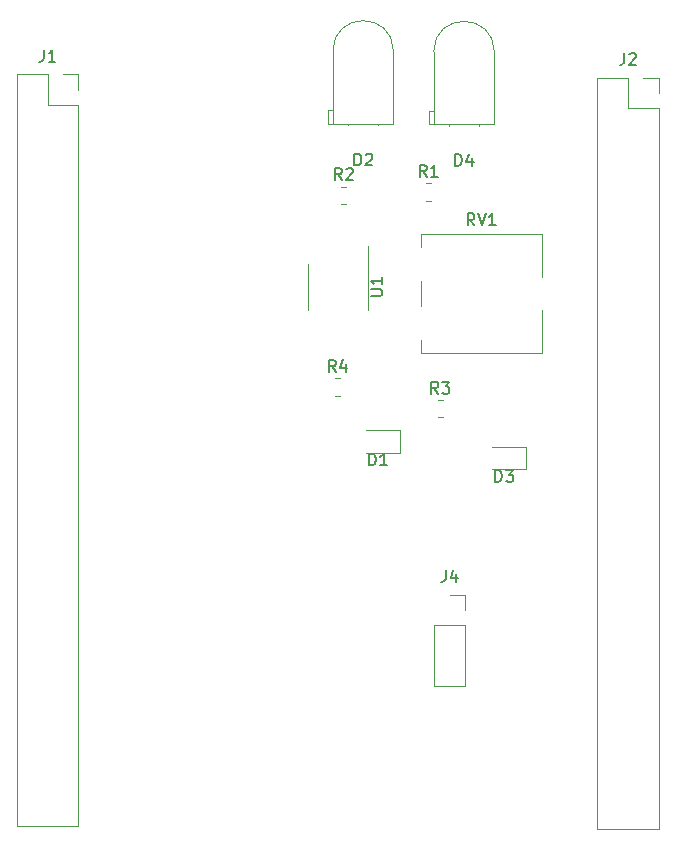
<source format=gbr>
%TF.GenerationSoftware,KiCad,Pcbnew,(7.0.0)*%
%TF.CreationDate,2023-06-01T09:50:49-06:00*%
%TF.ProjectId,Final_Project,46696e61-6c5f-4507-926f-6a6563742e6b,rev?*%
%TF.SameCoordinates,Original*%
%TF.FileFunction,Legend,Top*%
%TF.FilePolarity,Positive*%
%FSLAX46Y46*%
G04 Gerber Fmt 4.6, Leading zero omitted, Abs format (unit mm)*
G04 Created by KiCad (PCBNEW (7.0.0)) date 2023-06-01 09:50:49*
%MOMM*%
%LPD*%
G01*
G04 APERTURE LIST*
%ADD10C,0.150000*%
%ADD11C,0.120000*%
G04 APERTURE END LIST*
D10*
%TO.C,R2*%
X60816833Y-36526780D02*
X60483500Y-36050590D01*
X60245405Y-36526780D02*
X60245405Y-35526780D01*
X60245405Y-35526780D02*
X60626357Y-35526780D01*
X60626357Y-35526780D02*
X60721595Y-35574400D01*
X60721595Y-35574400D02*
X60769214Y-35622019D01*
X60769214Y-35622019D02*
X60816833Y-35717257D01*
X60816833Y-35717257D02*
X60816833Y-35860114D01*
X60816833Y-35860114D02*
X60769214Y-35955352D01*
X60769214Y-35955352D02*
X60721595Y-36002971D01*
X60721595Y-36002971D02*
X60626357Y-36050590D01*
X60626357Y-36050590D02*
X60245405Y-36050590D01*
X61197786Y-35622019D02*
X61245405Y-35574400D01*
X61245405Y-35574400D02*
X61340643Y-35526780D01*
X61340643Y-35526780D02*
X61578738Y-35526780D01*
X61578738Y-35526780D02*
X61673976Y-35574400D01*
X61673976Y-35574400D02*
X61721595Y-35622019D01*
X61721595Y-35622019D02*
X61769214Y-35717257D01*
X61769214Y-35717257D02*
X61769214Y-35812495D01*
X61769214Y-35812495D02*
X61721595Y-35955352D01*
X61721595Y-35955352D02*
X61150167Y-36526780D01*
X61150167Y-36526780D02*
X61769214Y-36526780D01*
%TO.C,J2*%
X84731266Y-25781980D02*
X84731266Y-26496266D01*
X84731266Y-26496266D02*
X84683647Y-26639123D01*
X84683647Y-26639123D02*
X84588409Y-26734361D01*
X84588409Y-26734361D02*
X84445552Y-26781980D01*
X84445552Y-26781980D02*
X84350314Y-26781980D01*
X85159838Y-25877219D02*
X85207457Y-25829600D01*
X85207457Y-25829600D02*
X85302695Y-25781980D01*
X85302695Y-25781980D02*
X85540790Y-25781980D01*
X85540790Y-25781980D02*
X85636028Y-25829600D01*
X85636028Y-25829600D02*
X85683647Y-25877219D01*
X85683647Y-25877219D02*
X85731266Y-25972457D01*
X85731266Y-25972457D02*
X85731266Y-26067695D01*
X85731266Y-26067695D02*
X85683647Y-26210552D01*
X85683647Y-26210552D02*
X85112219Y-26781980D01*
X85112219Y-26781980D02*
X85731266Y-26781980D01*
%TO.C,D4*%
X70433905Y-35340780D02*
X70433905Y-34340780D01*
X70433905Y-34340780D02*
X70672000Y-34340780D01*
X70672000Y-34340780D02*
X70814857Y-34388400D01*
X70814857Y-34388400D02*
X70910095Y-34483638D01*
X70910095Y-34483638D02*
X70957714Y-34578876D01*
X70957714Y-34578876D02*
X71005333Y-34769352D01*
X71005333Y-34769352D02*
X71005333Y-34912209D01*
X71005333Y-34912209D02*
X70957714Y-35102685D01*
X70957714Y-35102685D02*
X70910095Y-35197923D01*
X70910095Y-35197923D02*
X70814857Y-35293161D01*
X70814857Y-35293161D02*
X70672000Y-35340780D01*
X70672000Y-35340780D02*
X70433905Y-35340780D01*
X71862476Y-34674114D02*
X71862476Y-35340780D01*
X71624381Y-34293161D02*
X71386286Y-35007447D01*
X71386286Y-35007447D02*
X72005333Y-35007447D01*
%TO.C,J4*%
X69614466Y-69560780D02*
X69614466Y-70275066D01*
X69614466Y-70275066D02*
X69566847Y-70417923D01*
X69566847Y-70417923D02*
X69471609Y-70513161D01*
X69471609Y-70513161D02*
X69328752Y-70560780D01*
X69328752Y-70560780D02*
X69233514Y-70560780D01*
X70519228Y-69894114D02*
X70519228Y-70560780D01*
X70281133Y-69513161D02*
X70043038Y-70227447D01*
X70043038Y-70227447D02*
X70662085Y-70227447D01*
%TO.C,R3*%
X68993733Y-54611580D02*
X68660400Y-54135390D01*
X68422305Y-54611580D02*
X68422305Y-53611580D01*
X68422305Y-53611580D02*
X68803257Y-53611580D01*
X68803257Y-53611580D02*
X68898495Y-53659200D01*
X68898495Y-53659200D02*
X68946114Y-53706819D01*
X68946114Y-53706819D02*
X68993733Y-53802057D01*
X68993733Y-53802057D02*
X68993733Y-53944914D01*
X68993733Y-53944914D02*
X68946114Y-54040152D01*
X68946114Y-54040152D02*
X68898495Y-54087771D01*
X68898495Y-54087771D02*
X68803257Y-54135390D01*
X68803257Y-54135390D02*
X68422305Y-54135390D01*
X69327067Y-53611580D02*
X69946114Y-53611580D01*
X69946114Y-53611580D02*
X69612781Y-53992533D01*
X69612781Y-53992533D02*
X69755638Y-53992533D01*
X69755638Y-53992533D02*
X69850876Y-54040152D01*
X69850876Y-54040152D02*
X69898495Y-54087771D01*
X69898495Y-54087771D02*
X69946114Y-54183009D01*
X69946114Y-54183009D02*
X69946114Y-54421104D01*
X69946114Y-54421104D02*
X69898495Y-54516342D01*
X69898495Y-54516342D02*
X69850876Y-54563961D01*
X69850876Y-54563961D02*
X69755638Y-54611580D01*
X69755638Y-54611580D02*
X69469924Y-54611580D01*
X69469924Y-54611580D02*
X69374686Y-54563961D01*
X69374686Y-54563961D02*
X69327067Y-54516342D01*
%TO.C,R4*%
X60306933Y-52759280D02*
X59973600Y-52283090D01*
X59735505Y-52759280D02*
X59735505Y-51759280D01*
X59735505Y-51759280D02*
X60116457Y-51759280D01*
X60116457Y-51759280D02*
X60211695Y-51806900D01*
X60211695Y-51806900D02*
X60259314Y-51854519D01*
X60259314Y-51854519D02*
X60306933Y-51949757D01*
X60306933Y-51949757D02*
X60306933Y-52092614D01*
X60306933Y-52092614D02*
X60259314Y-52187852D01*
X60259314Y-52187852D02*
X60211695Y-52235471D01*
X60211695Y-52235471D02*
X60116457Y-52283090D01*
X60116457Y-52283090D02*
X59735505Y-52283090D01*
X61164076Y-52092614D02*
X61164076Y-52759280D01*
X60925981Y-51711661D02*
X60687886Y-52425947D01*
X60687886Y-52425947D02*
X61306933Y-52425947D01*
%TO.C,RV1*%
X72044961Y-40358380D02*
X71711628Y-39882190D01*
X71473533Y-40358380D02*
X71473533Y-39358380D01*
X71473533Y-39358380D02*
X71854485Y-39358380D01*
X71854485Y-39358380D02*
X71949723Y-39406000D01*
X71949723Y-39406000D02*
X71997342Y-39453619D01*
X71997342Y-39453619D02*
X72044961Y-39548857D01*
X72044961Y-39548857D02*
X72044961Y-39691714D01*
X72044961Y-39691714D02*
X71997342Y-39786952D01*
X71997342Y-39786952D02*
X71949723Y-39834571D01*
X71949723Y-39834571D02*
X71854485Y-39882190D01*
X71854485Y-39882190D02*
X71473533Y-39882190D01*
X72330676Y-39358380D02*
X72664009Y-40358380D01*
X72664009Y-40358380D02*
X72997342Y-39358380D01*
X73854485Y-40358380D02*
X73283057Y-40358380D01*
X73568771Y-40358380D02*
X73568771Y-39358380D01*
X73568771Y-39358380D02*
X73473533Y-39501238D01*
X73473533Y-39501238D02*
X73378295Y-39596476D01*
X73378295Y-39596476D02*
X73283057Y-39644095D01*
%TO.C,D3*%
X73823505Y-62077180D02*
X73823505Y-61077180D01*
X73823505Y-61077180D02*
X74061600Y-61077180D01*
X74061600Y-61077180D02*
X74204457Y-61124800D01*
X74204457Y-61124800D02*
X74299695Y-61220038D01*
X74299695Y-61220038D02*
X74347314Y-61315276D01*
X74347314Y-61315276D02*
X74394933Y-61505752D01*
X74394933Y-61505752D02*
X74394933Y-61648609D01*
X74394933Y-61648609D02*
X74347314Y-61839085D01*
X74347314Y-61839085D02*
X74299695Y-61934323D01*
X74299695Y-61934323D02*
X74204457Y-62029561D01*
X74204457Y-62029561D02*
X74061600Y-62077180D01*
X74061600Y-62077180D02*
X73823505Y-62077180D01*
X74728267Y-61077180D02*
X75347314Y-61077180D01*
X75347314Y-61077180D02*
X75013981Y-61458133D01*
X75013981Y-61458133D02*
X75156838Y-61458133D01*
X75156838Y-61458133D02*
X75252076Y-61505752D01*
X75252076Y-61505752D02*
X75299695Y-61553371D01*
X75299695Y-61553371D02*
X75347314Y-61648609D01*
X75347314Y-61648609D02*
X75347314Y-61886704D01*
X75347314Y-61886704D02*
X75299695Y-61981942D01*
X75299695Y-61981942D02*
X75252076Y-62029561D01*
X75252076Y-62029561D02*
X75156838Y-62077180D01*
X75156838Y-62077180D02*
X74871124Y-62077180D01*
X74871124Y-62077180D02*
X74775886Y-62029561D01*
X74775886Y-62029561D02*
X74728267Y-61981942D01*
%TO.C,D2*%
X61899505Y-35289980D02*
X61899505Y-34289980D01*
X61899505Y-34289980D02*
X62137600Y-34289980D01*
X62137600Y-34289980D02*
X62280457Y-34337600D01*
X62280457Y-34337600D02*
X62375695Y-34432838D01*
X62375695Y-34432838D02*
X62423314Y-34528076D01*
X62423314Y-34528076D02*
X62470933Y-34718552D01*
X62470933Y-34718552D02*
X62470933Y-34861409D01*
X62470933Y-34861409D02*
X62423314Y-35051885D01*
X62423314Y-35051885D02*
X62375695Y-35147123D01*
X62375695Y-35147123D02*
X62280457Y-35242361D01*
X62280457Y-35242361D02*
X62137600Y-35289980D01*
X62137600Y-35289980D02*
X61899505Y-35289980D01*
X62851886Y-34385219D02*
X62899505Y-34337600D01*
X62899505Y-34337600D02*
X62994743Y-34289980D01*
X62994743Y-34289980D02*
X63232838Y-34289980D01*
X63232838Y-34289980D02*
X63328076Y-34337600D01*
X63328076Y-34337600D02*
X63375695Y-34385219D01*
X63375695Y-34385219D02*
X63423314Y-34480457D01*
X63423314Y-34480457D02*
X63423314Y-34575695D01*
X63423314Y-34575695D02*
X63375695Y-34718552D01*
X63375695Y-34718552D02*
X62804267Y-35289980D01*
X62804267Y-35289980D02*
X63423314Y-35289980D01*
%TO.C,D1*%
X63130105Y-60680180D02*
X63130105Y-59680180D01*
X63130105Y-59680180D02*
X63368200Y-59680180D01*
X63368200Y-59680180D02*
X63511057Y-59727800D01*
X63511057Y-59727800D02*
X63606295Y-59823038D01*
X63606295Y-59823038D02*
X63653914Y-59918276D01*
X63653914Y-59918276D02*
X63701533Y-60108752D01*
X63701533Y-60108752D02*
X63701533Y-60251609D01*
X63701533Y-60251609D02*
X63653914Y-60442085D01*
X63653914Y-60442085D02*
X63606295Y-60537323D01*
X63606295Y-60537323D02*
X63511057Y-60632561D01*
X63511057Y-60632561D02*
X63368200Y-60680180D01*
X63368200Y-60680180D02*
X63130105Y-60680180D01*
X64653914Y-60680180D02*
X64082486Y-60680180D01*
X64368200Y-60680180D02*
X64368200Y-59680180D01*
X64368200Y-59680180D02*
X64272962Y-59823038D01*
X64272962Y-59823038D02*
X64177724Y-59918276D01*
X64177724Y-59918276D02*
X64082486Y-59965895D01*
%TO.C,R1*%
X68005033Y-36247380D02*
X67671700Y-35771190D01*
X67433605Y-36247380D02*
X67433605Y-35247380D01*
X67433605Y-35247380D02*
X67814557Y-35247380D01*
X67814557Y-35247380D02*
X67909795Y-35295000D01*
X67909795Y-35295000D02*
X67957414Y-35342619D01*
X67957414Y-35342619D02*
X68005033Y-35437857D01*
X68005033Y-35437857D02*
X68005033Y-35580714D01*
X68005033Y-35580714D02*
X67957414Y-35675952D01*
X67957414Y-35675952D02*
X67909795Y-35723571D01*
X67909795Y-35723571D02*
X67814557Y-35771190D01*
X67814557Y-35771190D02*
X67433605Y-35771190D01*
X68957414Y-36247380D02*
X68385986Y-36247380D01*
X68671700Y-36247380D02*
X68671700Y-35247380D01*
X68671700Y-35247380D02*
X68576462Y-35390238D01*
X68576462Y-35390238D02*
X68481224Y-35485476D01*
X68481224Y-35485476D02*
X68385986Y-35533095D01*
%TO.C,U1*%
X63266380Y-46318304D02*
X64075904Y-46318304D01*
X64075904Y-46318304D02*
X64171142Y-46270685D01*
X64171142Y-46270685D02*
X64218761Y-46223066D01*
X64218761Y-46223066D02*
X64266380Y-46127828D01*
X64266380Y-46127828D02*
X64266380Y-45937352D01*
X64266380Y-45937352D02*
X64218761Y-45842114D01*
X64218761Y-45842114D02*
X64171142Y-45794495D01*
X64171142Y-45794495D02*
X64075904Y-45746876D01*
X64075904Y-45746876D02*
X63266380Y-45746876D01*
X64266380Y-44746876D02*
X64266380Y-45318304D01*
X64266380Y-45032590D02*
X63266380Y-45032590D01*
X63266380Y-45032590D02*
X63409238Y-45127828D01*
X63409238Y-45127828D02*
X63504476Y-45223066D01*
X63504476Y-45223066D02*
X63552095Y-45318304D01*
%TO.C,J1*%
X35578466Y-25491780D02*
X35578466Y-26206066D01*
X35578466Y-26206066D02*
X35530847Y-26348923D01*
X35530847Y-26348923D02*
X35435609Y-26444161D01*
X35435609Y-26444161D02*
X35292752Y-26491780D01*
X35292752Y-26491780D02*
X35197514Y-26491780D01*
X36578466Y-26491780D02*
X36007038Y-26491780D01*
X36292752Y-26491780D02*
X36292752Y-25491780D01*
X36292752Y-25491780D02*
X36197514Y-25634638D01*
X36197514Y-25634638D02*
X36102276Y-25729876D01*
X36102276Y-25729876D02*
X36007038Y-25777495D01*
D11*
%TO.C,R2*%
X60756436Y-37074400D02*
X61210564Y-37074400D01*
X60756436Y-38544400D02*
X61210564Y-38544400D01*
%TO.C,J2*%
X82464600Y-27854600D02*
X82464600Y-91474600D01*
X82464600Y-27854600D02*
X85064600Y-27854600D01*
X82464600Y-91474600D02*
X87664600Y-91474600D01*
X85064600Y-27854600D02*
X85064600Y-30454600D01*
X85064600Y-30454600D02*
X87664600Y-30454600D01*
X86334600Y-27854600D02*
X87664600Y-27854600D01*
X87664600Y-27854600D02*
X87664600Y-29184600D01*
X87664600Y-30454600D02*
X87664600Y-91474600D01*
%TO.C,D4*%
X73732000Y-31803400D02*
X73732000Y-25643400D01*
X73732000Y-31803400D02*
X68612000Y-31803400D01*
X72442000Y-31933400D02*
X72442000Y-31933400D01*
X72442000Y-31933400D02*
X72442000Y-31803400D01*
X72442000Y-31803400D02*
X72442000Y-31933400D01*
X72442000Y-31803400D02*
X72442000Y-31803400D01*
X69902000Y-31933400D02*
X69902000Y-31933400D01*
X69902000Y-31933400D02*
X69902000Y-31803400D01*
X69902000Y-31803400D02*
X69902000Y-31933400D01*
X69902000Y-31803400D02*
X69902000Y-31803400D01*
X68612000Y-31803400D02*
X68612000Y-25643400D01*
X68612000Y-31803400D02*
X68212000Y-31803400D01*
X68612000Y-30683400D02*
X68612000Y-31803400D01*
X68212000Y-31803400D02*
X68212000Y-30683400D01*
X68212000Y-30683400D02*
X68612000Y-30683400D01*
X73732000Y-25643400D02*
G75*
G03*
X68612000Y-25643400I-2560000J0D01*
G01*
%TO.C,J4*%
X68617800Y-74233400D02*
X68617800Y-79373400D01*
X68617800Y-74233400D02*
X71277800Y-74233400D01*
X68617800Y-79373400D02*
X71277800Y-79373400D01*
X69947800Y-71633400D02*
X71277800Y-71633400D01*
X71277800Y-71633400D02*
X71277800Y-72963400D01*
X71277800Y-74233400D02*
X71277800Y-79373400D01*
%TO.C,R3*%
X68933336Y-55159200D02*
X69387464Y-55159200D01*
X68933336Y-56629200D02*
X69387464Y-56629200D01*
%TO.C,R4*%
X60246536Y-53306900D02*
X60700664Y-53306900D01*
X60246536Y-54776900D02*
X60700664Y-54776900D01*
%TO.C,RV1*%
X67520200Y-41120000D02*
X67520200Y-42215000D01*
X67520200Y-41120000D02*
X77760200Y-41120000D01*
X67520200Y-45067000D02*
X67520200Y-47216000D01*
X67520200Y-50066000D02*
X67520200Y-51161000D01*
X67520200Y-51161000D02*
X77760200Y-51161000D01*
X77760200Y-41120000D02*
X77760200Y-44716000D01*
X77760200Y-47566000D02*
X77760200Y-51161000D01*
%TO.C,D3*%
X76421600Y-61019800D02*
X76421600Y-59099800D01*
X76421600Y-59099800D02*
X73561600Y-59099800D01*
X73561600Y-61019800D02*
X76421600Y-61019800D01*
%TO.C,D2*%
X65197600Y-31752600D02*
X65197600Y-25592600D01*
X65197600Y-31752600D02*
X60077600Y-31752600D01*
X63907600Y-31882600D02*
X63907600Y-31882600D01*
X63907600Y-31882600D02*
X63907600Y-31752600D01*
X63907600Y-31752600D02*
X63907600Y-31882600D01*
X63907600Y-31752600D02*
X63907600Y-31752600D01*
X61367600Y-31882600D02*
X61367600Y-31882600D01*
X61367600Y-31882600D02*
X61367600Y-31752600D01*
X61367600Y-31752600D02*
X61367600Y-31882600D01*
X61367600Y-31752600D02*
X61367600Y-31752600D01*
X60077600Y-31752600D02*
X60077600Y-25592600D01*
X60077600Y-31752600D02*
X59677600Y-31752600D01*
X60077600Y-30632600D02*
X60077600Y-31752600D01*
X59677600Y-31752600D02*
X59677600Y-30632600D01*
X59677600Y-30632600D02*
X60077600Y-30632600D01*
X65197600Y-25592600D02*
G75*
G03*
X60077600Y-25592600I-2560000J0D01*
G01*
%TO.C,D1*%
X65728200Y-59622800D02*
X65728200Y-57702800D01*
X65728200Y-57702800D02*
X62868200Y-57702800D01*
X62868200Y-59622800D02*
X65728200Y-59622800D01*
%TO.C,R1*%
X67944636Y-36795000D02*
X68398764Y-36795000D01*
X67944636Y-38265000D02*
X68398764Y-38265000D01*
%TO.C,U1*%
X63059000Y-45556400D02*
X63059000Y-42106400D01*
X63059000Y-45556400D02*
X63059000Y-47506400D01*
X57939000Y-45556400D02*
X57939000Y-43606400D01*
X57939000Y-45556400D02*
X57939000Y-47506400D01*
%TO.C,J1*%
X33311800Y-27564400D02*
X33311800Y-91184400D01*
X33311800Y-27564400D02*
X35911800Y-27564400D01*
X33311800Y-91184400D02*
X38511800Y-91184400D01*
X35911800Y-27564400D02*
X35911800Y-30164400D01*
X35911800Y-30164400D02*
X38511800Y-30164400D01*
X37181800Y-27564400D02*
X38511800Y-27564400D01*
X38511800Y-27564400D02*
X38511800Y-28894400D01*
X38511800Y-30164400D02*
X38511800Y-91184400D01*
%TD*%
M02*

</source>
